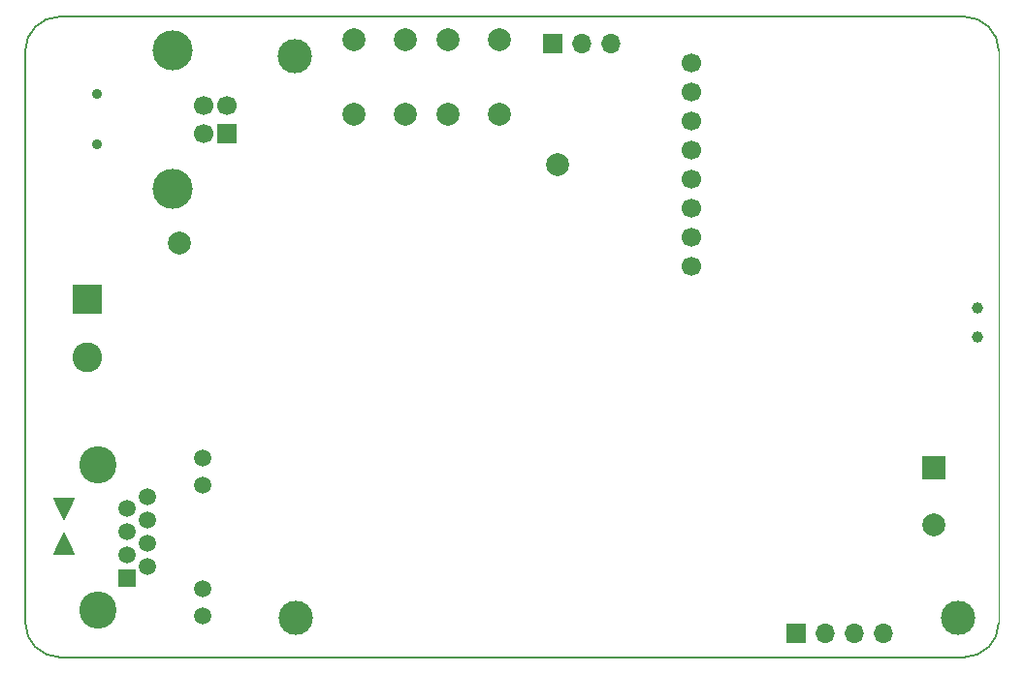
<source format=gbr>
%TF.GenerationSoftware,KiCad,Pcbnew,(6.0.4)*%
%TF.CreationDate,2022-04-11T12:28:49+02:00*%
%TF.ProjectId,PSE_RP2040,5053455f-5250-4323-9034-302e6b696361,rev?*%
%TF.SameCoordinates,Original*%
%TF.FileFunction,Soldermask,Bot*%
%TF.FilePolarity,Negative*%
%FSLAX46Y46*%
G04 Gerber Fmt 4.6, Leading zero omitted, Abs format (unit mm)*
G04 Created by KiCad (PCBNEW (6.0.4)) date 2022-04-11 12:28:49*
%MOMM*%
%LPD*%
G01*
G04 APERTURE LIST*
G04 Aperture macros list*
%AMOutline4P*
0 Free polygon, 4 corners , with rotation*
0 The origin of the aperture is its center*
0 number of corners: always 4*
0 $1 to $8 corner X, Y*
0 $9 Rotation angle, in degrees counterclockwise*
0 create outline with 4 corners*
4,1,4,$1,$2,$3,$4,$5,$6,$7,$8,$1,$2,$9*%
G04 Aperture macros list end*
%TA.AperFunction,Profile*%
%ADD10C,0.150000*%
%TD*%
%TA.AperFunction,Profile*%
%ADD11C,0.100000*%
%TD*%
%ADD12C,2.000000*%
%ADD13R,2.000000X2.000000*%
%ADD14R,2.600000X2.600000*%
%ADD15C,2.600000*%
%ADD16C,1.700000*%
%ADD17C,3.000000*%
%ADD18C,3.250000*%
%ADD19R,1.500000X1.500000*%
%ADD20C,1.500000*%
%ADD21R,1.700000X1.700000*%
%ADD22C,3.500000*%
%ADD23C,1.000000*%
%ADD24O,1.700000X1.700000*%
%ADD25C,0.900000*%
%ADD26Outline4P,-0.025000X-1.000000X0.025000X-1.000000X0.975000X1.000000X-0.975000X1.000000X180.000000*%
%ADD27Outline4P,-0.025000X-1.000000X0.025000X-1.000000X0.975000X1.000000X-0.975000X1.000000X0.000000*%
G04 APERTURE END LIST*
D10*
X182000000Y-158000000D02*
X103000000Y-158000000D01*
D11*
X185000000Y-105000000D02*
X185000000Y-155000000D01*
D10*
X100000000Y-155000000D02*
X100000000Y-105000000D01*
X100000000Y-155000000D02*
G75*
G03*
X103000000Y-158000000I3000000J0D01*
G01*
X182000000Y-158000000D02*
G75*
G03*
X185000000Y-155000000I0J3000000D01*
G01*
X103000000Y-102000000D02*
G75*
G03*
X100000000Y-105000000I0J-3000000D01*
G01*
X185000000Y-105000000D02*
G75*
G03*
X182000000Y-102000000I-3000000J0D01*
G01*
X103000000Y-102000000D02*
X182000000Y-102000000D01*
D12*
%TO.C,TP2*%
X113500000Y-121800000D03*
%TD*%
%TO.C,SW1*%
X128687000Y-104065000D03*
X128687000Y-110565000D03*
X133187000Y-104065000D03*
X133187000Y-110565000D03*
%TD*%
D13*
%TO.C,C1*%
X179324000Y-141478000D03*
D12*
X179324000Y-146478000D03*
%TD*%
D14*
%TO.C,J5*%
X105445000Y-126705000D03*
D15*
X105445000Y-131785000D03*
%TD*%
D12*
%TO.C,SW2*%
X136887000Y-104065000D03*
X136887000Y-110565000D03*
X141387000Y-104065000D03*
X141387000Y-110565000D03*
%TD*%
D16*
%TO.C,U6*%
X158140000Y-106020000D03*
X158140000Y-108560000D03*
X158140000Y-111100000D03*
X158140000Y-113640000D03*
X158140000Y-116180000D03*
X158140000Y-118720000D03*
X158140000Y-121260000D03*
X158140000Y-123800000D03*
%TD*%
D17*
%TO.C,H2*%
X123500000Y-105500000D03*
%TD*%
D18*
%TO.C,J3*%
X106335000Y-141150000D03*
X106335000Y-153850000D03*
D19*
X108875000Y-151060000D03*
D20*
X110655000Y-150044000D03*
X108875000Y-149028000D03*
X110655000Y-148012000D03*
X108875000Y-146996000D03*
X110655000Y-145980000D03*
X108875000Y-144964000D03*
X110655000Y-143948000D03*
X115475000Y-154360000D03*
X115475000Y-152070000D03*
X115475000Y-142930000D03*
X115475000Y-140640000D03*
%TD*%
D21*
%TO.C,J1*%
X117577500Y-112250000D03*
D16*
X117577500Y-109750000D03*
X115577500Y-109750000D03*
X115577500Y-112250000D03*
D22*
X112867500Y-117020000D03*
X112867500Y-104980000D03*
%TD*%
D23*
%TO.C,Y1*%
X183150000Y-127500000D03*
X183150000Y-130040000D03*
%TD*%
D21*
%TO.C,J6*%
X167319800Y-155956000D03*
D24*
X169859800Y-155956000D03*
X172399800Y-155956000D03*
X174939800Y-155956000D03*
%TD*%
D17*
%TO.C,H1*%
X181483000Y-154559000D03*
%TD*%
%TO.C,H3*%
X123600000Y-154600000D03*
%TD*%
D21*
%TO.C,J4*%
X146075000Y-104400000D03*
D24*
X148615000Y-104400000D03*
X151155000Y-104400000D03*
%TD*%
D12*
%TO.C,TP1*%
X146500000Y-114925000D03*
%TD*%
D25*
%TO.C,J2*%
X106275000Y-113200000D03*
X106275000Y-108800000D03*
%TD*%
D26*
%TO.C,E1*%
X103378000Y-148058000D03*
D27*
X103378000Y-145058000D03*
%TD*%
M02*

</source>
